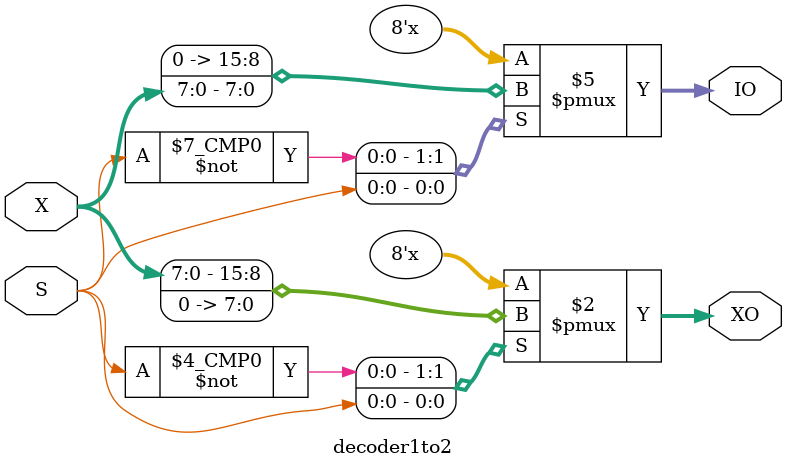
<source format=v>
module decoder1to2(S, X, XO, IO);
	input S;
	input [7:0] X;
	output reg [7:0] XO, IO;
	
	always @*
	begin
	XO = 7'b0000000;
	IO = 7'b0000000;
	case({S})
	1'b0: XO=X;
	1'b1:	IO=X;
	endcase
	end
endmodule
</source>
